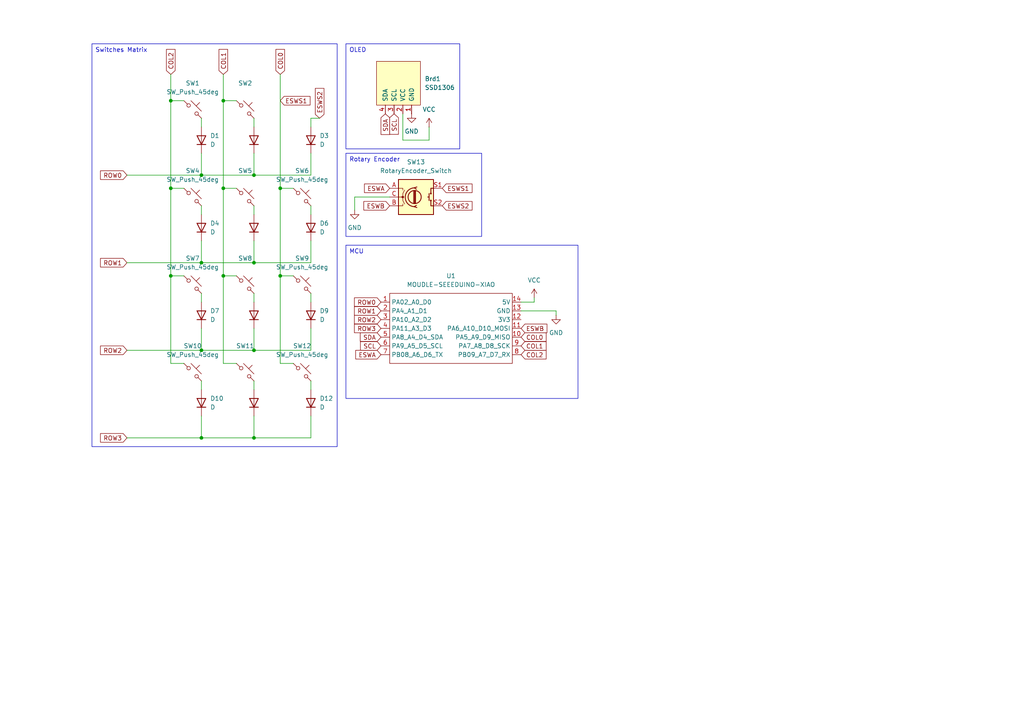
<source format=kicad_sch>
(kicad_sch (version 20231120) (generator "eeschema") (generator_version "8.0")
  (paper "A4")
  (lib_symbols
    (symbol "Device:D" (pin_numbers hide) (pin_names (offset 1.016) hide)
      (property "Reference" "D" (at 0 2.54 0))
      (property "Value" "D" (at 0 -2.54 0))
      (symbol "D_0_1"
        (polyline (pts (xy -1.27 1.27) (xy -1.27 -1.27)) (stroke (width 0.254)))
        (polyline (pts (xy 1.27 0) (xy -1.27 0)))
        (polyline (pts (xy 1.27 1.27) (xy 1.27 -1.27) (xy -1.27 0) (xy 1.27 1.27)) (stroke (width 0.254)))
      )
      (symbol "D_1_1"
        (pin passive line (at -3.81 0 0) (length 2.54) (name "K") (number "1"))
        (pin passive line (at 3.81 0 180) (length 2.54) (name "A") (number "2"))
      )
    )
    (symbol "Device:RotaryEncoder_Switch" (pin_names (offset 0.254) hide)
      (property "Reference" "SW" (at 0 6.604 0))
      (property "Value" "RotaryEncoder_Switch" (at 0 -6.604 0))
      (symbol "RotaryEncoder_Switch_0_1"
        (rectangle (start -5.08 5.08) (end 5.08 -5.08) (stroke (width 0.254)) (fill (type background)))
        (circle (center -3.81 0) (radius 0.254) (fill (type outline)))
        (circle (center -0.381 0) (radius 1.905) (stroke (width 0.254)))
        (arc (start -0.381 2.667) (mid -3.0988 -0.0635) (end -0.381 -2.794) (stroke (width 0.254)))
        (polyline (pts (xy -0.635 -1.778) (xy -0.635 1.778)) (stroke (width 0.254)))
        (polyline (pts (xy -0.381 -1.778) (xy -0.381 1.778)) (stroke (width 0.254)))
        (polyline (pts (xy -0.127 1.778) (xy -0.127 -1.778)) (stroke (width 0.254)))
        (polyline (pts (xy 3.81 0) (xy 3.429 0)) (stroke (width 0.254)))
        (polyline (pts (xy 3.81 1.016) (xy 3.81 -1.016)) (stroke (width 0.254)))
        (polyline (pts (xy -5.08 -2.54) (xy -3.81 -2.54) (xy -3.81 -2.032)))
        (polyline (pts (xy -5.08 2.54) (xy -3.81 2.54) (xy -3.81 2.032)))
        (polyline (pts (xy 0.254 -3.048) (xy -0.508 -2.794) (xy 0.127 -2.413)) (stroke (width 0.254)))
        (polyline (pts (xy 0.254 2.921) (xy -0.508 2.667) (xy 0.127 2.286)) (stroke (width 0.254)))
        (polyline (pts (xy 5.08 -2.54) (xy 4.318 -2.54) (xy 4.318 -1.016)) (stroke (width 0.254)))
        (polyline (pts (xy 5.08 2.54) (xy 4.318 2.54) (xy 4.318 1.016)) (stroke (width 0.254)))
        (polyline (pts (xy -5.08 0) (xy -3.81 0) (xy -3.81 -1.016) (xy -3.302 -2.032)))
        (polyline (pts (xy -4.318 0) (xy -3.81 0) (xy -3.81 1.016) (xy -3.302 2.032)))
        (circle (center 4.318 -1.016) (radius 0.127) (stroke (width 0.254)))
        (circle (center 4.318 1.016) (radius 0.127) (stroke (width 0.254)))
      )
      (symbol "RotaryEncoder_Switch_1_1"
        (pin passive line (at -7.62 2.54 0) (length 2.54) (name "A") (number "A"))
        (pin passive line (at -7.62 -2.54 0) (length 2.54) (name "B") (number "B"))
        (pin passive line (at -7.62 0 0) (length 2.54) (name "C") (number "C"))
        (pin passive line (at 7.62 2.54 180) (length 2.54) (name "S1") (number "S1"))
        (pin passive line (at 7.62 -2.54 180) (length 2.54) (name "S2") (number "S2"))
      )
    )
    (symbol "SSD1306-128x64_OLED:SSD1306" (pin_names (offset 1.016))
      (property "Reference" "Brd" (at 0 -3.81 0))
      (property "Value" "SSD1306" (at 0 -1.27 0))
      (symbol "SSD1306_0_1"
        (rectangle (start -6.35 6.35) (end 6.35 -6.35) (fill (type background)))
      )
      (symbol "SSD1306_1_1"
        (pin input line (at -3.81 8.89 270) (length 2.54) (name "GND") (number "1"))
        (pin input line (at -1.27 8.89 270) (length 2.54) (name "VCC") (number "2"))
        (pin input line (at 1.27 8.89 270) (length 2.54) (name "SCL") (number "3"))
        (pin input line (at 3.81 8.89 270) (length 2.54) (name "SDA") (number "4"))
      )
    )
    (symbol "Switch:SW_Push_45deg" (pin_numbers hide) (pin_names (offset 1.016) hide)
      (property "Reference" "SW" (at 3.048 1.016 0))
      (property "Value" "SW_Push_45deg" (at 0 -3.81 0))
      (symbol "SW_Push_45deg_0_1"
        (circle (center -1.1684 1.1684) (radius 0.508))
        (polyline (pts (xy -0.508 2.54) (xy 2.54 -0.508)))
        (polyline (pts (xy 1.016 1.016) (xy 2.032 2.032)))
        (polyline (pts (xy -2.54 2.54) (xy -1.524 1.524) (xy -1.524 1.524)))
        (polyline (pts (xy 1.524 -1.524) (xy 2.54 -2.54) (xy 2.54 -2.54) (xy 2.54 -2.54)))
        (circle (center 1.143 -1.1938) (radius 0.508))
        (pin passive line (at -2.54 2.54 0) (length 0) (name "1") (number "1"))
        (pin passive line (at 2.54 -2.54 180) (length 0) (name "2") (number "2"))
      )
    )
    (symbol "XIAO_RP2040:MOUDLE-SEEEDUINO-XIAO"
      (property "Reference" "U" (at -16.51 11.43 0))
      (property "Value" "MOUDLE-SEEEDUINO-XIAO" (at -3.81 -11.43 0))
      (symbol "MOUDLE-SEEEDUINO-XIAO_0_1"
        (rectangle (start -16.51 10.16) (end 19.05 -10.16))
      )
      (symbol "MOUDLE-SEEEDUINO-XIAO_1_1"
        (pin passive line (at -19.05 7.62 0) (length 2.54) (name "PA02_A0_D0") (number "1"))
        (pin passive line (at 21.59 -2.54 180) (length 2.54) (name "PA5_A9_D9_MISO") (number "10"))
        (pin passive line (at 21.59 0 180) (length 2.54) (name "PA6_A10_D10_MOSI") (number "11"))
        (pin passive line (at 21.59 2.54 180) (length 2.54) (name "3V3") (number "12"))
        (pin passive line (at 21.59 5.08 180) (length 2.54) (name "GND") (number "13"))
        (pin passive line (at 21.59 7.62 180) (length 2.54) (name "5V") (number "14"))
        (pin passive line (at -19.05 5.08 0) (length 2.54) (name "PA4_A1_D1") (number "2"))
        (pin passive line (at -19.05 2.54 0) (length 2.54) (name "PA10_A2_D2") (number "3"))
        (pin passive line (at -19.05 0 0) (length 2.54) (name "PA11_A3_D3") (number "4"))
        (pin passive line (at -19.05 -2.54 0) (length 2.54) (name "PA8_A4_D4_SDA") (number "5"))
        (pin passive line (at -19.05 -5.08 0) (length 2.54) (name "PA9_A5_D5_SCL") (number "6"))
        (pin passive line (at -19.05 -7.62 0) (length 2.54) (name "PB08_A6_D6_TX") (number "7"))
        (pin passive line (at 21.59 -7.62 180) (length 2.54) (name "PB09_A7_D7_RX") (number "8"))
        (pin passive line (at 21.59 -5.08 180) (length 2.54) (name "PA7_A8_D8_SCK") (number "9"))
      )
    )
    (symbol "power:GND" (power) (pin_numbers hide) (pin_names (offset 0) hide)
      (property "Value" "GND" (at 0 -3.81 0))
      (symbol "GND_0_1"
        (polyline (pts (xy 0 0) (xy 0 -1.27) (xy 1.27 -1.27) (xy 0 -2.54) (xy -1.27 -1.27) (xy 0 -1.27)))
      )
      (symbol "GND_1_1"
        (pin power_in line (at 0 0 270) (length 0) (name "~") (number "1"))
      )
    )
    (symbol "power:VCC" (power) (pin_numbers hide) (pin_names (offset 0) hide)
      (property "Value" "VCC" (at 0 3.556 0))
      (symbol "VCC_0_1"
        (polyline (pts (xy -0.762 1.27) (xy 0 2.54)))
        (polyline (pts (xy 0 0) (xy 0 2.54)))
        (polyline (pts (xy 0 2.54) (xy 0.762 1.27)))
      )
      (symbol "VCC_1_1"
        (pin power_in line (at 0 0 90) (length 0) (name "~") (number "1"))
      )
    )
  )
  (junction (at 81.28 54.61))
  (junction (at 64.77 54.61))
  (junction (at 64.77 29.21))
  (junction (at 49.53 54.61))
  (junction (at 58.42 127))
  (junction (at 49.53 29.21))
  (junction (at 73.66 101.6))
  (junction (at 73.66 127))
  (junction (at 73.66 76.2))
  (junction (at 73.66 50.8))
  (junction (at 49.53 80.01))
  (junction (at 58.42 101.6))
  (junction (at 64.77 80.01))
  (junction (at 81.28 80.01))
  (junction (at 58.42 50.8))
  (junction (at 58.42 76.2))
  (wire (pts (xy 58.42 110.49) (xy 58.42 113.03)))
  (wire (pts (xy 58.42 127) (xy 73.66 127)))
  (wire (pts (xy 161.29 90.17) (xy 161.29 91.44)))
  (wire (pts (xy 90.17 59.69) (xy 90.17 62.23)))
  (wire (pts (xy 73.66 34.29) (xy 73.66 36.83)))
  (wire (pts (xy 36.83 76.2) (xy 58.42 76.2)))
  (wire (pts (xy 85.09 105.41) (xy 81.28 105.41)))
  (wire (pts (xy 49.53 80.01) (xy 49.53 105.41)))
  (wire (pts (xy 81.28 54.61) (xy 81.28 80.01)))
  (wire (pts (xy 85.09 54.61) (xy 81.28 54.61)))
  (wire (pts (xy 58.42 85.09) (xy 58.42 87.63)))
  (wire (pts (xy 73.66 76.2) (xy 90.17 76.2)))
  (wire (pts (xy 81.28 80.01) (xy 81.28 105.41)))
  (wire (pts (xy 49.53 54.61) (xy 49.53 80.01)))
  (wire (pts (xy 73.66 110.49) (xy 73.66 113.03)))
  (wire (pts (xy 64.77 80.01) (xy 64.77 105.41)))
  (wire (pts (xy 73.66 120.65) (xy 73.66 127)))
  (wire (pts (xy 36.83 127) (xy 58.42 127)))
  (wire (pts (xy 90.17 95.25) (xy 90.17 101.6)))
  (wire (pts (xy 53.34 54.61) (xy 49.53 54.61)))
  (wire (pts (xy 90.17 69.85) (xy 90.17 76.2)))
  (wire (pts (xy 90.17 120.65) (xy 90.17 127)))
  (wire (pts (xy 116.84 33.02) (xy 116.84 40.64)))
  (wire (pts (xy 49.53 29.21) (xy 49.53 54.61)))
  (wire (pts (xy 73.66 59.69) (xy 73.66 62.23)))
  (wire (pts (xy 58.42 76.2) (xy 73.66 76.2)))
  (wire (pts (xy 73.66 44.45) (xy 73.66 50.8)))
  (wire (pts (xy 113.03 57.15) (xy 102.87 57.15)))
  (wire (pts (xy 90.17 110.49) (xy 90.17 113.03)))
  (wire (pts (xy 64.77 54.61) (xy 64.77 80.01)))
  (wire (pts (xy 73.66 127) (xy 90.17 127)))
  (wire (pts (xy 73.66 101.6) (xy 90.17 101.6)))
  (wire (pts (xy 85.09 80.01) (xy 81.28 80.01)))
  (wire (pts (xy 49.53 21.59) (xy 49.53 29.21)))
  (wire (pts (xy 68.58 105.41) (xy 64.77 105.41)))
  (wire (pts (xy 73.66 69.85) (xy 73.66 76.2)))
  (wire (pts (xy 151.13 90.17) (xy 161.29 90.17)))
  (wire (pts (xy 154.94 86.36) (xy 154.94 87.63)))
  (wire (pts (xy 64.77 29.21) (xy 64.77 54.61)))
  (wire (pts (xy 90.17 44.45) (xy 90.17 50.8)))
  (wire (pts (xy 58.42 120.65) (xy 58.42 127)))
  (wire (pts (xy 68.58 29.21) (xy 64.77 29.21)))
  (wire (pts (xy 116.84 40.64) (xy 124.46 40.64)))
  (wire (pts (xy 58.42 59.69) (xy 58.42 62.23)))
  (wire (pts (xy 58.42 34.29) (xy 58.42 36.83)))
  (wire (pts (xy 58.42 95.25) (xy 58.42 101.6)))
  (wire (pts (xy 53.34 105.41) (xy 49.53 105.41)))
  (wire (pts (xy 102.87 57.15) (xy 102.87 60.96)))
  (wire (pts (xy 151.13 87.63) (xy 154.94 87.63)))
  (wire (pts (xy 53.34 80.01) (xy 49.53 80.01)))
  (wire (pts (xy 58.42 101.6) (xy 73.66 101.6)))
  (wire (pts (xy 81.28 21.59) (xy 81.28 54.61)))
  (wire (pts (xy 73.66 85.09) (xy 73.66 87.63)))
  (wire (pts (xy 90.17 34.29) (xy 90.17 36.83)))
  (wire (pts (xy 90.17 34.29) (xy 92.71 34.29)))
  (wire (pts (xy 58.42 69.85) (xy 58.42 76.2)))
  (wire (pts (xy 58.42 44.45) (xy 58.42 50.8)))
  (wire (pts (xy 124.46 36.83) (xy 124.46 40.64)))
  (wire (pts (xy 58.42 50.8) (xy 73.66 50.8)))
  (wire (pts (xy 68.58 80.01) (xy 64.77 80.01)))
  (wire (pts (xy 73.66 50.8) (xy 90.17 50.8)))
  (wire (pts (xy 68.58 54.61) (xy 64.77 54.61)))
  (wire (pts (xy 53.34 29.21) (xy 49.53 29.21)))
  (wire (pts (xy 90.17 85.09) (xy 90.17 87.63)))
  (wire (pts (xy 36.83 50.8) (xy 58.42 50.8)))
  (wire (pts (xy 36.83 101.6) (xy 58.42 101.6)))
  (wire (pts (xy 64.77 21.59) (xy 64.77 29.21)))
  (wire (pts (xy 73.66 95.25) (xy 73.66 101.6)))
  (text_box "MCU\n" (at 100.33 71.12 0) (size 67.31 44.45) (effects (font (size 1.27 1.27)) (justify left top)))
  (text_box "Switches Matrix\n" (at 26.67 12.7 0) (size 71.12 116.84) (effects (font (size 1.27 1.27)) (justify left top)))
  (text_box "OLED\n" (at 100.33 12.7 0) (size 33.02 30.48) (effects (font (size 1.27 1.27)) (justify left top)))
  (text_box "Rotary Encoder\n" (at 100.33 44.45 0) (size 39.37 24.13) (effects (font (size 1.27 1.27)) (justify left top)))
  (global_label "COL1" (shape input) (at 151.13 100.33 0) (property "Intersheetrefs" "${INTERSHEET_REFS}" (effects (hide yes))))
  (global_label "SDA" (shape input) (at 110.49 97.79 180) (property "Intersheetrefs" "${INTERSHEET_REFS}" (effects (hide yes))))
  (global_label "ROW0" (shape input) (at 36.83 50.8 180) (property "Intersheetrefs" "${INTERSHEET_REFS}" (effects (hide yes))))
  (global_label "COL0" (shape input) (at 81.28 21.59 90) (property "Intersheetrefs" "${INTERSHEET_REFS}" (effects (hide yes))))
  (global_label "COL1" (shape input) (at 64.77 21.59 90) (property "Intersheetrefs" "${INTERSHEET_REFS}" (effects (hide yes))))
  (global_label "ROW3" (shape input) (at 36.83 127 180) (property "Intersheetrefs" "${INTERSHEET_REFS}" (effects (hide yes))))
  (global_label "ESWB" (shape input) (at 113.03 59.69 180) (property "Intersheetrefs" "${INTERSHEET_REFS}" (effects (hide yes))))
  (global_label "ROW1" (shape input) (at 110.49 90.17 180) (property "Intersheetrefs" "${INTERSHEET_REFS}" (effects (hide yes))))
  (global_label "ESWS2" (shape input) (at 128.27 59.69 0) (property "Intersheetrefs" "${INTERSHEET_REFS}" (effects (hide yes))))
  (global_label "COL0" (shape input) (at 151.13 97.79 0) (property "Intersheetrefs" "${INTERSHEET_REFS}" (effects (hide yes))))
  (global_label "COL2" (shape input) (at 151.13 102.87 0) (property "Intersheetrefs" "${INTERSHEET_REFS}" (effects (hide yes))))
  (global_label "ROW3" (shape input) (at 110.49 95.25 180) (property "Intersheetrefs" "${INTERSHEET_REFS}" (effects (hide yes))))
  (global_label "ROW2" (shape input) (at 36.83 101.6 180) (property "Intersheetrefs" "${INTERSHEET_REFS}" (effects (hide yes))))
  (global_label "ESWA" (shape input) (at 113.03 54.61 180) (property "Intersheetrefs" "${INTERSHEET_REFS}" (effects (hide yes))))
  (global_label "COL2" (shape input) (at 49.53 21.59 90) (property "Intersheetrefs" "${INTERSHEET_REFS}" (effects (hide yes))))
  (global_label "SDA" (shape input) (at 111.76 33.02 270) (property "Intersheetrefs" "${INTERSHEET_REFS}" (effects (hide yes))))
  (global_label "ROW1" (shape input) (at 36.83 76.2 180) (property "Intersheetrefs" "${INTERSHEET_REFS}" (effects (hide yes))))
  (global_label "ESWA" (shape input) (at 110.49 102.87 180) (property "Intersheetrefs" "${INTERSHEET_REFS}" (effects (hide yes))))
  (global_label "ROW2" (shape input) (at 110.49 92.71 180) (property "Intersheetrefs" "${INTERSHEET_REFS}" (effects (hide yes))))
  (global_label "ESWS2" (shape input) (at 92.71 34.29 90) (property "Intersheetrefs" "${INTERSHEET_REFS}" (effects (hide yes))))
  (global_label "ESWS1" (shape input) (at 128.27 54.61 0) (property "Intersheetrefs" "${INTERSHEET_REFS}" (effects (hide yes))))
  (global_label "ESWB" (shape input) (at 151.13 95.25 0) (property "Intersheetrefs" "${INTERSHEET_REFS}" (effects (hide yes))))
  (global_label "ROW0" (shape input) (at 110.49 87.63 180) (property "Intersheetrefs" "${INTERSHEET_REFS}" (effects (hide yes))))
  (global_label "ESWS1" (shape input) (at 81.28 29.21 0) (property "Intersheetrefs" "${INTERSHEET_REFS}" (effects (hide yes))))
  (global_label "SCL" (shape input) (at 110.49 100.33 180) (property "Intersheetrefs" "${INTERSHEET_REFS}" (effects (hide yes))))
  (global_label "SCL" (shape input) (at 114.3 33.02 270) (property "Intersheetrefs" "${INTERSHEET_REFS}" (effects (hide yes))))
  (symbol (lib_id "Device:D") (at 90.17 66.04 90) (unit 1)
    (property "Reference" "D6" (at 92.71 64.7699 90) (effects (justify right)))
    (property "Value" "D" (at 92.71 67.3099 90) (effects (justify right)))
    (property "Footprint" "Diode_THT:D_DO-35_SOD27_P7.62mm_Horizontal" (effects (hide yes)))
    (property "Description" "Diode" (effects (hide yes)))
    (property "Sim.Device" "D" (effects (hide yes)))
    (property "Sim.Pins" "1=K 2=A" (effects (hide yes)))
  )
  (symbol (lib_id "Switch:SW_Push_45deg") (at 55.88 57.15 0) (unit 1)
    (property "Reference" "SW4" (at 55.88 49.53 0))
    (property "Value" "SW_Push_45deg" (at 55.88 52.07 0))
    (property "Footprint" "footprints:MX-Solderable-1U" (effects (hide yes)))
    (property "Description" "Push button switch, normally open, two pins, 45° tilted" (effects (hide yes)))
  )
  (symbol (lib_id "power:VCC") (at 124.46 36.83 0) (unit 1)
    (property "Reference" "#PWR03" (effects (hide yes)))
    (property "Value" "VCC" (at 124.46 31.75 0))
    (property "Description" "Power symbol creates a global label with name \"VCC\"" (effects (hide yes)))
  )
  (symbol (lib_id "Device:D") (at 73.66 40.64 90) (unit 1)
    (property "Reference" "D2" (effects (hide yes)))
    (property "Value" "D" (effects (hide yes)))
    (property "Footprint" "Diode_THT:D_DO-35_SOD27_P7.62mm_Horizontal" (effects (hide yes)))
    (property "Description" "Diode" (effects (hide yes)))
    (property "Sim.Device" "D" (effects (hide yes)))
    (property "Sim.Pins" "1=K 2=A" (effects (hide yes)))
  )
  (symbol (lib_id "Switch:SW_Push_45deg") (at 71.12 107.95 0) (unit 1)
    (property "Reference" "SW11" (at 71.12 100.33 0))
    (property "Value" "SW_Push_45deg" (effects (hide yes)))
    (property "Footprint" "footprints:MX-Solderable-1U" (effects (hide yes)))
    (property "Description" "Push button switch, normally open, two pins, 45° tilted" (effects (hide yes)))
  )
  (symbol (lib_id "Switch:SW_Push_45deg") (at 71.12 31.75 0) (unit 1)
    (property "Reference" "SW2" (at 71.12 24.13 0))
    (property "Value" "SW_Push_45deg" (effects (hide yes)))
    (property "Footprint" "footprints:MX-Solderable-1U" (effects (hide yes)))
    (property "Description" "Push button switch, normally open, two pins, 45° tilted" (effects (hide yes)))
  )
  (symbol (lib_id "Device:D") (at 73.66 66.04 90) (unit 1)
    (property "Reference" "D5" (effects (hide yes)))
    (property "Value" "D" (effects (hide yes)))
    (property "Footprint" "Diode_THT:D_DO-35_SOD27_P7.62mm_Horizontal" (effects (hide yes)))
    (property "Description" "Diode" (effects (hide yes)))
    (property "Sim.Device" "D" (effects (hide yes)))
    (property "Sim.Pins" "1=K 2=A" (effects (hide yes)))
  )
  (symbol (lib_id "power:GND") (at 161.29 91.44 0) (unit 1)
    (property "Reference" "#PWR02" (effects (hide yes)))
    (property "Value" "GND" (at 161.29 96.52 0))
    (property "Description" "Power symbol creates a global label with name \"GND\" , ground" (effects (hide yes)))
  )
  (symbol (lib_id "Switch:SW_Push_45deg") (at 71.12 57.15 0) (unit 1)
    (property "Reference" "SW5" (at 71.12 49.53 0))
    (property "Value" "SW_Push_45deg" (effects (hide yes)))
    (property "Footprint" "footprints:MX-Solderable-1U" (effects (hide yes)))
    (property "Description" "Push button switch, normally open, two pins, 45° tilted" (effects (hide yes)))
  )
  (symbol (lib_id "Device:D") (at 58.42 66.04 90) (unit 1)
    (property "Reference" "D4" (at 60.96 64.7699 90) (effects (justify right)))
    (property "Value" "D" (at 60.96 67.3099 90) (effects (justify right)))
    (property "Footprint" "Diode_THT:D_DO-35_SOD27_P7.62mm_Horizontal" (effects (hide yes)))
    (property "Description" "Diode" (effects (hide yes)))
    (property "Sim.Device" "D" (effects (hide yes)))
    (property "Sim.Pins" "1=K 2=A" (effects (hide yes)))
  )
  (symbol (lib_id "Device:RotaryEncoder_Switch") (at 120.65 57.15 0) (unit 1)
    (property "Reference" "SW13" (at 120.65 46.99 0))
    (property "Value" "RotaryEncoder_Switch" (at 120.65 49.53 0))
    (property "Footprint" "Rotary_Encoder:RotaryEncoder_Alps_EC11E-Switch_Vertical_H20mm" (effects (hide yes)))
    (property "Description" "Rotary encoder, dual channel, incremental quadrate outputs, with switch" (effects (hide yes)))
  )
  (symbol (lib_id "Switch:SW_Push_45deg") (at 87.63 107.95 0) (unit 1)
    (property "Reference" "SW12" (at 87.63 100.33 0))
    (property "Value" "SW_Push_45deg" (at 87.63 102.87 0))
    (property "Footprint" "footprints:MX-Solderable-1U" (effects (hide yes)))
    (property "Description" "Push button switch, normally open, two pins, 45° tilted" (effects (hide yes)))
  )
  (symbol (lib_id "Switch:SW_Push_45deg") (at 87.63 57.15 0) (unit 1)
    (property "Reference" "SW6" (at 87.63 49.53 0))
    (property "Value" "SW_Push_45deg" (at 87.63 52.07 0))
    (property "Footprint" "footprints:MX-Solderable-1U" (effects (hide yes)))
    (property "Description" "Push button switch, normally open, two pins, 45° tilted" (effects (hide yes)))
  )
  (symbol (lib_id "Device:D") (at 58.42 116.84 90) (unit 1)
    (property "Reference" "D10" (at 60.96 115.5699 90) (effects (justify right)))
    (property "Value" "D" (at 60.96 118.1099 90) (effects (justify right)))
    (property "Footprint" "Diode_THT:D_DO-35_SOD27_P7.62mm_Horizontal" (effects (hide yes)))
    (property "Description" "Diode" (effects (hide yes)))
    (property "Sim.Device" "D" (effects (hide yes)))
    (property "Sim.Pins" "1=K 2=A" (effects (hide yes)))
  )
  (symbol (lib_id "Switch:SW_Push_45deg") (at 55.88 31.75 0) (unit 1)
    (property "Reference" "SW1" (at 55.88 24.13 0))
    (property "Value" "SW_Push_45deg" (at 55.88 26.67 0))
    (property "Footprint" "footprints:MX-Solderable-1U" (effects (hide yes)))
    (property "Description" "Push button switch, normally open, two pins, 45° tilted" (effects (hide yes)))
  )
  (symbol (lib_id "Device:D") (at 73.66 91.44 90) (unit 1)
    (property "Reference" "D8" (effects (hide yes)))
    (property "Value" "D" (effects (hide yes)))
    (property "Footprint" "Diode_THT:D_DO-35_SOD27_P7.62mm_Horizontal" (effects (hide yes)))
    (property "Description" "Diode" (effects (hide yes)))
    (property "Sim.Device" "D" (effects (hide yes)))
    (property "Sim.Pins" "1=K 2=A" (effects (hide yes)))
  )
  (symbol (lib_id "Device:D") (at 58.42 40.64 90) (unit 1)
    (property "Reference" "D1" (at 60.96 39.3699 90) (effects (justify right)))
    (property "Value" "D" (at 60.96 41.9099 90) (effects (justify right)))
    (property "Footprint" "Diode_THT:D_DO-35_SOD27_P7.62mm_Horizontal" (effects (hide yes)))
    (property "Description" "Diode" (effects (hide yes)))
    (property "Sim.Device" "D" (effects (hide yes)))
    (property "Sim.Pins" "1=K 2=A" (effects (hide yes)))
  )
  (symbol (lib_id "SSD1306-128x64_OLED:SSD1306") (at 115.57 24.13 180) (unit 1)
    (property "Reference" "Brd1" (at 123.19 22.8599 0) (effects (justify right)))
    (property "Value" "SSD1306" (at 123.19 25.3999 0) (effects (justify right)))
    (property "Footprint" "SSD1306:128x64OLED" (effects (hide yes)))
    (property "Description" "SSD1306 OLED" (effects (hide yes)))
  )
  (symbol (lib_id "XIAO_RP2040:MOUDLE-SEEEDUINO-XIAO") (at 129.54 95.25 0) (unit 1)
    (property "Reference" "U1" (at 130.81 80.01 0))
    (property "Value" "MOUDLE-SEEEDUINO-XIAO" (at 130.81 82.55 0))
    (property "Footprint" "footprints:XIAO-Generic-Hybrid-14P-2.54-21X17.8MM" (effects (hide yes)))
  )
  (symbol (lib_id "Switch:SW_Push_45deg") (at 71.12 82.55 0) (unit 1)
    (property "Reference" "SW8" (at 71.12 74.93 0))
    (property "Value" "SW_Push_45deg" (effects (hide yes)))
    (property "Footprint" "footprints:MX-Solderable-1U" (effects (hide yes)))
    (property "Description" "Push button switch, normally open, two pins, 45° tilted" (effects (hide yes)))
  )
  (symbol (lib_id "Device:D") (at 90.17 40.64 90) (unit 1)
    (property "Reference" "D3" (at 92.71 39.3699 90) (effects (justify right)))
    (property "Value" "D" (at 92.71 41.9099 90) (effects (justify right)))
    (property "Footprint" "Diode_THT:D_DO-35_SOD27_P7.62mm_Horizontal" (effects (hide yes)))
    (property "Description" "Diode" (effects (hide yes)))
    (property "Sim.Device" "D" (effects (hide yes)))
    (property "Sim.Pins" "1=K 2=A" (effects (hide yes)))
  )
  (symbol (lib_id "Switch:SW_Push_45deg") (at 55.88 82.55 0) (unit 1)
    (property "Reference" "SW7" (at 55.88 74.93 0))
    (property "Value" "SW_Push_45deg" (at 55.88 77.47 0))
    (property "Footprint" "footprints:MX-Solderable-1U" (effects (hide yes)))
    (property "Description" "Push button switch, normally open, two pins, 45° tilted" (effects (hide yes)))
  )
  (symbol (lib_id "Device:D") (at 90.17 91.44 90) (unit 1)
    (property "Reference" "D9" (at 92.71 90.1699 90) (effects (justify right)))
    (property "Value" "D" (at 92.71 92.7099 90) (effects (justify right)))
    (property "Footprint" "Diode_THT:D_DO-35_SOD27_P7.62mm_Horizontal" (effects (hide yes)))
    (property "Description" "Diode" (effects (hide yes)))
    (property "Sim.Device" "D" (effects (hide yes)))
    (property "Sim.Pins" "1=K 2=A" (effects (hide yes)))
  )
  (symbol (lib_id "Switch:SW_Push_45deg") (at 55.88 107.95 0) (unit 1)
    (property "Reference" "SW10" (at 55.88 100.33 0))
    (property "Value" "SW_Push_45deg" (at 55.88 102.87 0))
    (property "Footprint" "footprints:MX-Solderable-1U" (effects (hide yes)))
    (property "Description" "Push button switch, normally open, two pins, 45° tilted" (effects (hide yes)))
  )
  (symbol (lib_id "Switch:SW_Push_45deg") (at 87.63 82.55 0) (unit 1)
    (property "Reference" "SW9" (at 87.63 74.93 0))
    (property "Value" "SW_Push_45deg" (at 87.63 77.47 0))
    (property "Footprint" "footprints:MX-Solderable-1U" (effects (hide yes)))
    (property "Description" "Push button switch, normally open, two pins, 45° tilted" (effects (hide yes)))
  )
  (symbol (lib_id "Device:D") (at 58.42 91.44 90) (unit 1)
    (property "Reference" "D7" (at 60.96 90.1699 90) (effects (justify right)))
    (property "Value" "D" (at 60.96 92.7099 90) (effects (justify right)))
    (property "Footprint" "Diode_THT:D_DO-35_SOD27_P7.62mm_Horizontal" (effects (hide yes)))
    (property "Description" "Diode" (effects (hide yes)))
    (property "Sim.Device" "D" (effects (hide yes)))
    (property "Sim.Pins" "1=K 2=A" (effects (hide yes)))
  )
  (symbol (lib_id "power:VCC") (at 154.94 86.36 0) (unit 1)
    (property "Reference" "#PWR01" (effects (hide yes)))
    (property "Value" "VCC" (at 154.94 81.28 0))
    (property "Description" "Power symbol creates a global label with name \"VCC\"" (effects (hide yes)))
  )
  (symbol (lib_id "Device:D") (at 73.66 116.84 90) (unit 1)
    (property "Reference" "D11" (effects (hide yes)))
    (property "Value" "D" (effects (hide yes)))
    (property "Footprint" "Diode_THT:D_DO-35_SOD27_P7.62mm_Horizontal" (effects (hide yes)))
    (property "Description" "Diode" (effects (hide yes)))
    (property "Sim.Device" "D" (effects (hide yes)))
    (property "Sim.Pins" "1=K 2=A" (effects (hide yes)))
  )
  (symbol (lib_id "Device:D") (at 90.17 116.84 90) (unit 1)
    (property "Reference" "D12" (at 92.71 115.5699 90) (effects (justify right)))
    (property "Value" "D" (at 92.71 118.1099 90) (effects (justify right)))
    (property "Footprint" "Diode_THT:D_DO-35_SOD27_P7.62mm_Horizontal" (effects (hide yes)))
    (property "Description" "Diode" (effects (hide yes)))
    (property "Sim.Device" "D" (effects (hide yes)))
    (property "Sim.Pins" "1=K 2=A" (effects (hide yes)))
  )
  (symbol (lib_id "power:GND") (at 119.38 33.02 0) (unit 1)
    (property "Reference" "#PWR04" (effects (hide yes)))
    (property "Value" "GND" (at 119.38 38.1 0))
    (property "Description" "Power symbol creates a global label with name \"GND\" , ground" (effects (hide yes)))
  )
  (symbol (lib_id "power:GND") (at 102.87 60.96 0) (unit 1)
    (property "Reference" "#PWR05" (effects (hide yes)))
    (property "Value" "GND" (at 102.87 66.04 0))
    (property "Description" "Power symbol creates a global label with name \"GND\" , ground" (effects (hide yes)))
  )
)
</source>
